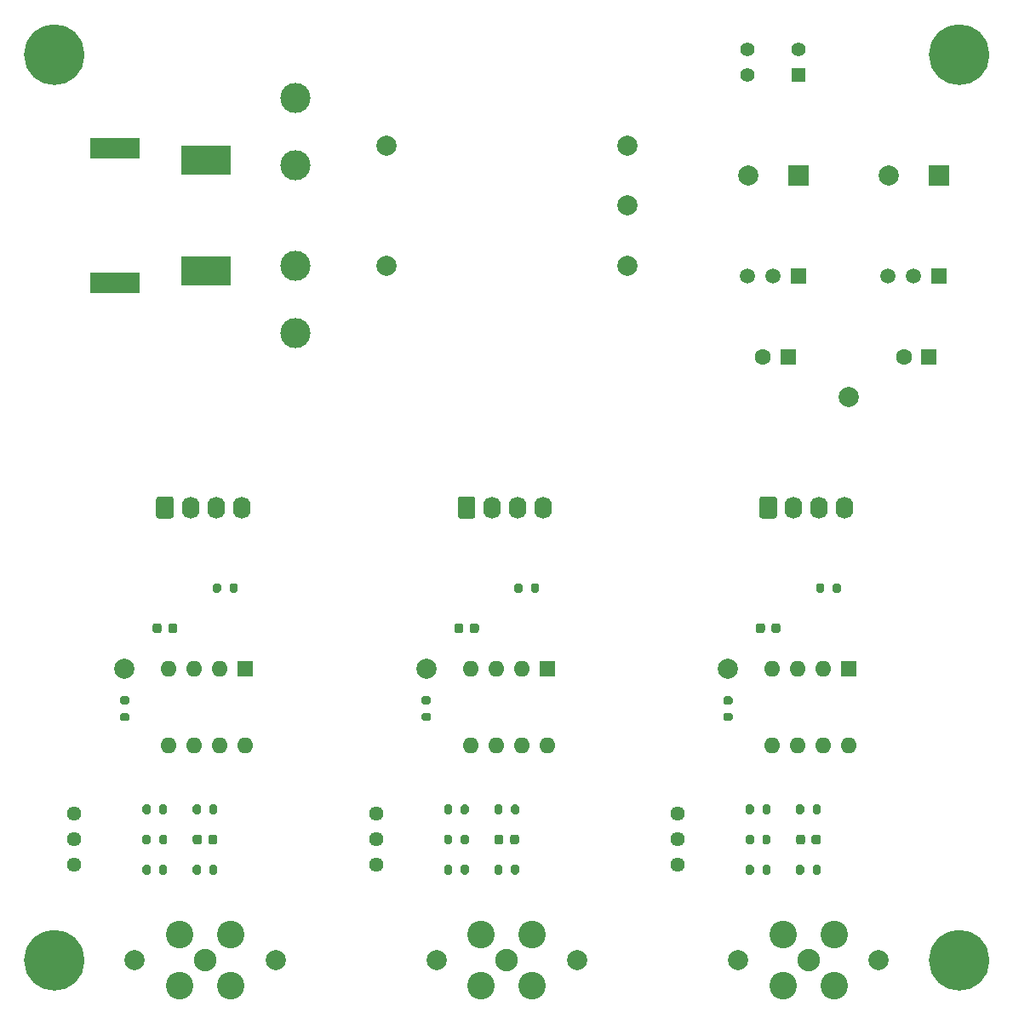
<source format=gbr>
%TF.GenerationSoftware,KiCad,Pcbnew,(5.1.10)-1*%
%TF.CreationDate,2021-09-26T04:03:23+09:00*%
%TF.ProjectId,HAS-CT-Board,4841532d-4354-42d4-926f-6172642e6b69,rev?*%
%TF.SameCoordinates,Original*%
%TF.FileFunction,Soldermask,Top*%
%TF.FilePolarity,Negative*%
%FSLAX46Y46*%
G04 Gerber Fmt 4.6, Leading zero omitted, Abs format (unit mm)*
G04 Created by KiCad (PCBNEW (5.1.10)-1) date 2021-09-26 04:03:23*
%MOMM*%
%LPD*%
G01*
G04 APERTURE LIST*
%ADD10C,2.000000*%
%ADD11O,1.600000X1.600000*%
%ADD12R,1.600000X1.600000*%
%ADD13R,2.000000X2.000000*%
%ADD14C,2.000000*%
%ADD15C,1.600000*%
%ADD16C,1.400000*%
%ADD17R,1.400000X1.400000*%
%ADD18C,3.000000*%
%ADD19O,1.740000X2.190000*%
%ADD20C,2.240000*%
%ADD21C,2.740000*%
%ADD22R,5.000000X3.000000*%
%ADD23R,5.000000X2.000000*%
%ADD24C,1.440000*%
%ADD25R,1.500000X1.500000*%
%ADD26C,1.500000*%
%ADD27C,3.200000*%
G04 APERTURE END LIST*
D10*
%TO.C,H1*%
X57000000Y-55000000D02*
G75*
G03*
X57000000Y-55000000I-2000000J0D01*
G01*
%TO.C,H2*%
X57000000Y-145000000D02*
G75*
G03*
X57000000Y-145000000I-2000000J0D01*
G01*
%TO.C,H3*%
X147000000Y-55000000D02*
G75*
G03*
X147000000Y-55000000I-2000000J0D01*
G01*
%TO.C,H4*%
X147000000Y-145000000D02*
G75*
G03*
X147000000Y-145000000I-2000000J0D01*
G01*
%TD*%
D11*
%TO.C,U1*%
X74000000Y-123620000D03*
X66380000Y-116000000D03*
X71460000Y-123620000D03*
X68920000Y-116000000D03*
X68920000Y-123620000D03*
X71460000Y-116000000D03*
X66380000Y-123620000D03*
D12*
X74000000Y-116000000D03*
%TD*%
D13*
%TO.C,C1*%
X143000000Y-67000000D03*
D14*
X138000000Y-67000000D03*
%TD*%
%TO.C,C2*%
X124000000Y-67000000D03*
D13*
X129000000Y-67000000D03*
%TD*%
%TO.C,C5*%
G36*
G01*
X69675000Y-132750000D02*
X69675000Y-133250000D01*
G75*
G02*
X69450000Y-133475000I-225000J0D01*
G01*
X69000000Y-133475000D01*
G75*
G02*
X68775000Y-133250000I0J225000D01*
G01*
X68775000Y-132750000D01*
G75*
G02*
X69000000Y-132525000I225000J0D01*
G01*
X69450000Y-132525000D01*
G75*
G02*
X69675000Y-132750000I0J-225000D01*
G01*
G37*
G36*
G01*
X71225000Y-132750000D02*
X71225000Y-133250000D01*
G75*
G02*
X71000000Y-133475000I-225000J0D01*
G01*
X70550000Y-133475000D01*
G75*
G02*
X70325000Y-133250000I0J225000D01*
G01*
X70325000Y-132750000D01*
G75*
G02*
X70550000Y-132525000I225000J0D01*
G01*
X71000000Y-132525000D01*
G75*
G02*
X71225000Y-132750000I0J-225000D01*
G01*
G37*
%TD*%
%TO.C,C6*%
G36*
G01*
X99675000Y-132750000D02*
X99675000Y-133250000D01*
G75*
G02*
X99450000Y-133475000I-225000J0D01*
G01*
X99000000Y-133475000D01*
G75*
G02*
X98775000Y-133250000I0J225000D01*
G01*
X98775000Y-132750000D01*
G75*
G02*
X99000000Y-132525000I225000J0D01*
G01*
X99450000Y-132525000D01*
G75*
G02*
X99675000Y-132750000I0J-225000D01*
G01*
G37*
G36*
G01*
X101225000Y-132750000D02*
X101225000Y-133250000D01*
G75*
G02*
X101000000Y-133475000I-225000J0D01*
G01*
X100550000Y-133475000D01*
G75*
G02*
X100325000Y-133250000I0J225000D01*
G01*
X100325000Y-132750000D01*
G75*
G02*
X100550000Y-132525000I225000J0D01*
G01*
X101000000Y-132525000D01*
G75*
G02*
X101225000Y-132750000I0J-225000D01*
G01*
G37*
%TD*%
%TO.C,C7*%
G36*
G01*
X131225000Y-132750000D02*
X131225000Y-133250000D01*
G75*
G02*
X131000000Y-133475000I-225000J0D01*
G01*
X130550000Y-133475000D01*
G75*
G02*
X130325000Y-133250000I0J225000D01*
G01*
X130325000Y-132750000D01*
G75*
G02*
X130550000Y-132525000I225000J0D01*
G01*
X131000000Y-132525000D01*
G75*
G02*
X131225000Y-132750000I0J-225000D01*
G01*
G37*
G36*
G01*
X129675000Y-132750000D02*
X129675000Y-133250000D01*
G75*
G02*
X129450000Y-133475000I-225000J0D01*
G01*
X129000000Y-133475000D01*
G75*
G02*
X128775000Y-133250000I0J225000D01*
G01*
X128775000Y-132750000D01*
G75*
G02*
X129000000Y-132525000I225000J0D01*
G01*
X129450000Y-132525000D01*
G75*
G02*
X129675000Y-132750000I0J-225000D01*
G01*
G37*
%TD*%
D12*
%TO.C,C10*%
X142000000Y-85000000D03*
D15*
X139500000Y-85000000D03*
%TD*%
%TO.C,C11*%
X125500000Y-85000000D03*
D12*
X128000000Y-85000000D03*
%TD*%
%TO.C,C12*%
G36*
G01*
X66325000Y-112250000D02*
X66325000Y-111750000D01*
G75*
G02*
X66550000Y-111525000I225000J0D01*
G01*
X67000000Y-111525000D01*
G75*
G02*
X67225000Y-111750000I0J-225000D01*
G01*
X67225000Y-112250000D01*
G75*
G02*
X67000000Y-112475000I-225000J0D01*
G01*
X66550000Y-112475000D01*
G75*
G02*
X66325000Y-112250000I0J225000D01*
G01*
G37*
G36*
G01*
X64775000Y-112250000D02*
X64775000Y-111750000D01*
G75*
G02*
X65000000Y-111525000I225000J0D01*
G01*
X65450000Y-111525000D01*
G75*
G02*
X65675000Y-111750000I0J-225000D01*
G01*
X65675000Y-112250000D01*
G75*
G02*
X65450000Y-112475000I-225000J0D01*
G01*
X65000000Y-112475000D01*
G75*
G02*
X64775000Y-112250000I0J225000D01*
G01*
G37*
%TD*%
%TO.C,C13*%
G36*
G01*
X96325000Y-112250000D02*
X96325000Y-111750000D01*
G75*
G02*
X96550000Y-111525000I225000J0D01*
G01*
X97000000Y-111525000D01*
G75*
G02*
X97225000Y-111750000I0J-225000D01*
G01*
X97225000Y-112250000D01*
G75*
G02*
X97000000Y-112475000I-225000J0D01*
G01*
X96550000Y-112475000D01*
G75*
G02*
X96325000Y-112250000I0J225000D01*
G01*
G37*
G36*
G01*
X94775000Y-112250000D02*
X94775000Y-111750000D01*
G75*
G02*
X95000000Y-111525000I225000J0D01*
G01*
X95450000Y-111525000D01*
G75*
G02*
X95675000Y-111750000I0J-225000D01*
G01*
X95675000Y-112250000D01*
G75*
G02*
X95450000Y-112475000I-225000J0D01*
G01*
X95000000Y-112475000D01*
G75*
G02*
X94775000Y-112250000I0J225000D01*
G01*
G37*
%TD*%
%TO.C,C14*%
G36*
G01*
X124775000Y-112250000D02*
X124775000Y-111750000D01*
G75*
G02*
X125000000Y-111525000I225000J0D01*
G01*
X125450000Y-111525000D01*
G75*
G02*
X125675000Y-111750000I0J-225000D01*
G01*
X125675000Y-112250000D01*
G75*
G02*
X125450000Y-112475000I-225000J0D01*
G01*
X125000000Y-112475000D01*
G75*
G02*
X124775000Y-112250000I0J225000D01*
G01*
G37*
G36*
G01*
X126325000Y-112250000D02*
X126325000Y-111750000D01*
G75*
G02*
X126550000Y-111525000I225000J0D01*
G01*
X127000000Y-111525000D01*
G75*
G02*
X127225000Y-111750000I0J-225000D01*
G01*
X127225000Y-112250000D01*
G75*
G02*
X127000000Y-112475000I-225000J0D01*
G01*
X126550000Y-112475000D01*
G75*
G02*
X126325000Y-112250000I0J225000D01*
G01*
G37*
%TD*%
D16*
%TO.C,D1*%
X123920000Y-57000000D03*
X129000000Y-54460000D03*
X123920000Y-54460000D03*
D17*
X129000000Y-57000000D03*
%TD*%
D18*
%TO.C,F1*%
X79000000Y-82700000D03*
X79000000Y-76000000D03*
X79000000Y-66000000D03*
X79000000Y-59300000D03*
%TD*%
D19*
%TO.C,J1*%
X73620000Y-100000000D03*
X71080000Y-100000000D03*
X68540000Y-100000000D03*
G36*
G01*
X65130000Y-100845001D02*
X65130000Y-99154999D01*
G75*
G02*
X65379999Y-98905000I249999J0D01*
G01*
X66620001Y-98905000D01*
G75*
G02*
X66870000Y-99154999I0J-249999D01*
G01*
X66870000Y-100845001D01*
G75*
G02*
X66620001Y-101095000I-249999J0D01*
G01*
X65379999Y-101095000D01*
G75*
G02*
X65130000Y-100845001I0J249999D01*
G01*
G37*
%TD*%
%TO.C,J2*%
G36*
G01*
X95130000Y-100845001D02*
X95130000Y-99154999D01*
G75*
G02*
X95379999Y-98905000I249999J0D01*
G01*
X96620001Y-98905000D01*
G75*
G02*
X96870000Y-99154999I0J-249999D01*
G01*
X96870000Y-100845001D01*
G75*
G02*
X96620001Y-101095000I-249999J0D01*
G01*
X95379999Y-101095000D01*
G75*
G02*
X95130000Y-100845001I0J249999D01*
G01*
G37*
X98540000Y-100000000D03*
X101080000Y-100000000D03*
X103620000Y-100000000D03*
%TD*%
%TO.C,J3*%
G36*
G01*
X125130000Y-100845001D02*
X125130000Y-99154999D01*
G75*
G02*
X125379999Y-98905000I249999J0D01*
G01*
X126620001Y-98905000D01*
G75*
G02*
X126870000Y-99154999I0J-249999D01*
G01*
X126870000Y-100845001D01*
G75*
G02*
X126620001Y-101095000I-249999J0D01*
G01*
X125379999Y-101095000D01*
G75*
G02*
X125130000Y-100845001I0J249999D01*
G01*
G37*
X128540000Y-100000000D03*
X131080000Y-100000000D03*
X133620000Y-100000000D03*
%TD*%
D20*
%TO.C,J4*%
X70000000Y-145000000D03*
D21*
X67460000Y-142460000D03*
X72540000Y-142460000D03*
X72540000Y-147540000D03*
X67460000Y-147540000D03*
%TD*%
%TO.C,J5*%
X97460000Y-147540000D03*
X102540000Y-147540000D03*
X102540000Y-142460000D03*
X97460000Y-142460000D03*
D20*
X100000000Y-145000000D03*
%TD*%
D21*
%TO.C,J6*%
X127460000Y-147540000D03*
X132540000Y-147540000D03*
X132540000Y-142460000D03*
X127460000Y-142460000D03*
D20*
X130000000Y-145000000D03*
%TD*%
D22*
%TO.C,P1*%
X70100000Y-76500000D03*
X70100000Y-65500000D03*
D23*
X61000000Y-77700000D03*
X61000000Y-64300000D03*
%TD*%
%TO.C,R1*%
G36*
G01*
X72425000Y-108275000D02*
X72425000Y-107725000D01*
G75*
G02*
X72625000Y-107525000I200000J0D01*
G01*
X73025000Y-107525000D01*
G75*
G02*
X73225000Y-107725000I0J-200000D01*
G01*
X73225000Y-108275000D01*
G75*
G02*
X73025000Y-108475000I-200000J0D01*
G01*
X72625000Y-108475000D01*
G75*
G02*
X72425000Y-108275000I0J200000D01*
G01*
G37*
G36*
G01*
X70775000Y-108275000D02*
X70775000Y-107725000D01*
G75*
G02*
X70975000Y-107525000I200000J0D01*
G01*
X71375000Y-107525000D01*
G75*
G02*
X71575000Y-107725000I0J-200000D01*
G01*
X71575000Y-108275000D01*
G75*
G02*
X71375000Y-108475000I-200000J0D01*
G01*
X70975000Y-108475000D01*
G75*
G02*
X70775000Y-108275000I0J200000D01*
G01*
G37*
%TD*%
%TO.C,R2*%
G36*
G01*
X102425000Y-108275000D02*
X102425000Y-107725000D01*
G75*
G02*
X102625000Y-107525000I200000J0D01*
G01*
X103025000Y-107525000D01*
G75*
G02*
X103225000Y-107725000I0J-200000D01*
G01*
X103225000Y-108275000D01*
G75*
G02*
X103025000Y-108475000I-200000J0D01*
G01*
X102625000Y-108475000D01*
G75*
G02*
X102425000Y-108275000I0J200000D01*
G01*
G37*
G36*
G01*
X100775000Y-108275000D02*
X100775000Y-107725000D01*
G75*
G02*
X100975000Y-107525000I200000J0D01*
G01*
X101375000Y-107525000D01*
G75*
G02*
X101575000Y-107725000I0J-200000D01*
G01*
X101575000Y-108275000D01*
G75*
G02*
X101375000Y-108475000I-200000J0D01*
G01*
X100975000Y-108475000D01*
G75*
G02*
X100775000Y-108275000I0J200000D01*
G01*
G37*
%TD*%
%TO.C,R3*%
G36*
G01*
X130775000Y-108275000D02*
X130775000Y-107725000D01*
G75*
G02*
X130975000Y-107525000I200000J0D01*
G01*
X131375000Y-107525000D01*
G75*
G02*
X131575000Y-107725000I0J-200000D01*
G01*
X131575000Y-108275000D01*
G75*
G02*
X131375000Y-108475000I-200000J0D01*
G01*
X130975000Y-108475000D01*
G75*
G02*
X130775000Y-108275000I0J200000D01*
G01*
G37*
G36*
G01*
X132425000Y-108275000D02*
X132425000Y-107725000D01*
G75*
G02*
X132625000Y-107525000I200000J0D01*
G01*
X133025000Y-107525000D01*
G75*
G02*
X133225000Y-107725000I0J-200000D01*
G01*
X133225000Y-108275000D01*
G75*
G02*
X133025000Y-108475000I-200000J0D01*
G01*
X132625000Y-108475000D01*
G75*
G02*
X132425000Y-108275000I0J200000D01*
G01*
G37*
%TD*%
%TO.C,R4*%
G36*
G01*
X65425000Y-136275000D02*
X65425000Y-135725000D01*
G75*
G02*
X65625000Y-135525000I200000J0D01*
G01*
X66025000Y-135525000D01*
G75*
G02*
X66225000Y-135725000I0J-200000D01*
G01*
X66225000Y-136275000D01*
G75*
G02*
X66025000Y-136475000I-200000J0D01*
G01*
X65625000Y-136475000D01*
G75*
G02*
X65425000Y-136275000I0J200000D01*
G01*
G37*
G36*
G01*
X63775000Y-136275000D02*
X63775000Y-135725000D01*
G75*
G02*
X63975000Y-135525000I200000J0D01*
G01*
X64375000Y-135525000D01*
G75*
G02*
X64575000Y-135725000I0J-200000D01*
G01*
X64575000Y-136275000D01*
G75*
G02*
X64375000Y-136475000I-200000J0D01*
G01*
X63975000Y-136475000D01*
G75*
G02*
X63775000Y-136275000I0J200000D01*
G01*
G37*
%TD*%
%TO.C,R5*%
G36*
G01*
X66225000Y-132725000D02*
X66225000Y-133275000D01*
G75*
G02*
X66025000Y-133475000I-200000J0D01*
G01*
X65625000Y-133475000D01*
G75*
G02*
X65425000Y-133275000I0J200000D01*
G01*
X65425000Y-132725000D01*
G75*
G02*
X65625000Y-132525000I200000J0D01*
G01*
X66025000Y-132525000D01*
G75*
G02*
X66225000Y-132725000I0J-200000D01*
G01*
G37*
G36*
G01*
X64575000Y-132725000D02*
X64575000Y-133275000D01*
G75*
G02*
X64375000Y-133475000I-200000J0D01*
G01*
X63975000Y-133475000D01*
G75*
G02*
X63775000Y-133275000I0J200000D01*
G01*
X63775000Y-132725000D01*
G75*
G02*
X63975000Y-132525000I200000J0D01*
G01*
X64375000Y-132525000D01*
G75*
G02*
X64575000Y-132725000I0J-200000D01*
G01*
G37*
%TD*%
%TO.C,R6*%
G36*
G01*
X93775000Y-136275000D02*
X93775000Y-135725000D01*
G75*
G02*
X93975000Y-135525000I200000J0D01*
G01*
X94375000Y-135525000D01*
G75*
G02*
X94575000Y-135725000I0J-200000D01*
G01*
X94575000Y-136275000D01*
G75*
G02*
X94375000Y-136475000I-200000J0D01*
G01*
X93975000Y-136475000D01*
G75*
G02*
X93775000Y-136275000I0J200000D01*
G01*
G37*
G36*
G01*
X95425000Y-136275000D02*
X95425000Y-135725000D01*
G75*
G02*
X95625000Y-135525000I200000J0D01*
G01*
X96025000Y-135525000D01*
G75*
G02*
X96225000Y-135725000I0J-200000D01*
G01*
X96225000Y-136275000D01*
G75*
G02*
X96025000Y-136475000I-200000J0D01*
G01*
X95625000Y-136475000D01*
G75*
G02*
X95425000Y-136275000I0J200000D01*
G01*
G37*
%TD*%
%TO.C,R7*%
G36*
G01*
X94575000Y-132725000D02*
X94575000Y-133275000D01*
G75*
G02*
X94375000Y-133475000I-200000J0D01*
G01*
X93975000Y-133475000D01*
G75*
G02*
X93775000Y-133275000I0J200000D01*
G01*
X93775000Y-132725000D01*
G75*
G02*
X93975000Y-132525000I200000J0D01*
G01*
X94375000Y-132525000D01*
G75*
G02*
X94575000Y-132725000I0J-200000D01*
G01*
G37*
G36*
G01*
X96225000Y-132725000D02*
X96225000Y-133275000D01*
G75*
G02*
X96025000Y-133475000I-200000J0D01*
G01*
X95625000Y-133475000D01*
G75*
G02*
X95425000Y-133275000I0J200000D01*
G01*
X95425000Y-132725000D01*
G75*
G02*
X95625000Y-132525000I200000J0D01*
G01*
X96025000Y-132525000D01*
G75*
G02*
X96225000Y-132725000I0J-200000D01*
G01*
G37*
%TD*%
%TO.C,R8*%
G36*
G01*
X125425000Y-136275000D02*
X125425000Y-135725000D01*
G75*
G02*
X125625000Y-135525000I200000J0D01*
G01*
X126025000Y-135525000D01*
G75*
G02*
X126225000Y-135725000I0J-200000D01*
G01*
X126225000Y-136275000D01*
G75*
G02*
X126025000Y-136475000I-200000J0D01*
G01*
X125625000Y-136475000D01*
G75*
G02*
X125425000Y-136275000I0J200000D01*
G01*
G37*
G36*
G01*
X123775000Y-136275000D02*
X123775000Y-135725000D01*
G75*
G02*
X123975000Y-135525000I200000J0D01*
G01*
X124375000Y-135525000D01*
G75*
G02*
X124575000Y-135725000I0J-200000D01*
G01*
X124575000Y-136275000D01*
G75*
G02*
X124375000Y-136475000I-200000J0D01*
G01*
X123975000Y-136475000D01*
G75*
G02*
X123775000Y-136275000I0J200000D01*
G01*
G37*
%TD*%
%TO.C,R9*%
G36*
G01*
X124575000Y-132725000D02*
X124575000Y-133275000D01*
G75*
G02*
X124375000Y-133475000I-200000J0D01*
G01*
X123975000Y-133475000D01*
G75*
G02*
X123775000Y-133275000I0J200000D01*
G01*
X123775000Y-132725000D01*
G75*
G02*
X123975000Y-132525000I200000J0D01*
G01*
X124375000Y-132525000D01*
G75*
G02*
X124575000Y-132725000I0J-200000D01*
G01*
G37*
G36*
G01*
X126225000Y-132725000D02*
X126225000Y-133275000D01*
G75*
G02*
X126025000Y-133475000I-200000J0D01*
G01*
X125625000Y-133475000D01*
G75*
G02*
X125425000Y-133275000I0J200000D01*
G01*
X125425000Y-132725000D01*
G75*
G02*
X125625000Y-132525000I200000J0D01*
G01*
X126025000Y-132525000D01*
G75*
G02*
X126225000Y-132725000I0J-200000D01*
G01*
G37*
%TD*%
%TO.C,R10*%
G36*
G01*
X62275000Y-119575000D02*
X61725000Y-119575000D01*
G75*
G02*
X61525000Y-119375000I0J200000D01*
G01*
X61525000Y-118975000D01*
G75*
G02*
X61725000Y-118775000I200000J0D01*
G01*
X62275000Y-118775000D01*
G75*
G02*
X62475000Y-118975000I0J-200000D01*
G01*
X62475000Y-119375000D01*
G75*
G02*
X62275000Y-119575000I-200000J0D01*
G01*
G37*
G36*
G01*
X62275000Y-121225000D02*
X61725000Y-121225000D01*
G75*
G02*
X61525000Y-121025000I0J200000D01*
G01*
X61525000Y-120625000D01*
G75*
G02*
X61725000Y-120425000I200000J0D01*
G01*
X62275000Y-120425000D01*
G75*
G02*
X62475000Y-120625000I0J-200000D01*
G01*
X62475000Y-121025000D01*
G75*
G02*
X62275000Y-121225000I-200000J0D01*
G01*
G37*
%TD*%
%TO.C,R11*%
G36*
G01*
X66225000Y-129725000D02*
X66225000Y-130275000D01*
G75*
G02*
X66025000Y-130475000I-200000J0D01*
G01*
X65625000Y-130475000D01*
G75*
G02*
X65425000Y-130275000I0J200000D01*
G01*
X65425000Y-129725000D01*
G75*
G02*
X65625000Y-129525000I200000J0D01*
G01*
X66025000Y-129525000D01*
G75*
G02*
X66225000Y-129725000I0J-200000D01*
G01*
G37*
G36*
G01*
X64575000Y-129725000D02*
X64575000Y-130275000D01*
G75*
G02*
X64375000Y-130475000I-200000J0D01*
G01*
X63975000Y-130475000D01*
G75*
G02*
X63775000Y-130275000I0J200000D01*
G01*
X63775000Y-129725000D01*
G75*
G02*
X63975000Y-129525000I200000J0D01*
G01*
X64375000Y-129525000D01*
G75*
G02*
X64575000Y-129725000I0J-200000D01*
G01*
G37*
%TD*%
%TO.C,R12*%
G36*
G01*
X92275000Y-119575000D02*
X91725000Y-119575000D01*
G75*
G02*
X91525000Y-119375000I0J200000D01*
G01*
X91525000Y-118975000D01*
G75*
G02*
X91725000Y-118775000I200000J0D01*
G01*
X92275000Y-118775000D01*
G75*
G02*
X92475000Y-118975000I0J-200000D01*
G01*
X92475000Y-119375000D01*
G75*
G02*
X92275000Y-119575000I-200000J0D01*
G01*
G37*
G36*
G01*
X92275000Y-121225000D02*
X91725000Y-121225000D01*
G75*
G02*
X91525000Y-121025000I0J200000D01*
G01*
X91525000Y-120625000D01*
G75*
G02*
X91725000Y-120425000I200000J0D01*
G01*
X92275000Y-120425000D01*
G75*
G02*
X92475000Y-120625000I0J-200000D01*
G01*
X92475000Y-121025000D01*
G75*
G02*
X92275000Y-121225000I-200000J0D01*
G01*
G37*
%TD*%
%TO.C,R13*%
G36*
G01*
X96225000Y-129725000D02*
X96225000Y-130275000D01*
G75*
G02*
X96025000Y-130475000I-200000J0D01*
G01*
X95625000Y-130475000D01*
G75*
G02*
X95425000Y-130275000I0J200000D01*
G01*
X95425000Y-129725000D01*
G75*
G02*
X95625000Y-129525000I200000J0D01*
G01*
X96025000Y-129525000D01*
G75*
G02*
X96225000Y-129725000I0J-200000D01*
G01*
G37*
G36*
G01*
X94575000Y-129725000D02*
X94575000Y-130275000D01*
G75*
G02*
X94375000Y-130475000I-200000J0D01*
G01*
X93975000Y-130475000D01*
G75*
G02*
X93775000Y-130275000I0J200000D01*
G01*
X93775000Y-129725000D01*
G75*
G02*
X93975000Y-129525000I200000J0D01*
G01*
X94375000Y-129525000D01*
G75*
G02*
X94575000Y-129725000I0J-200000D01*
G01*
G37*
%TD*%
%TO.C,R14*%
G36*
G01*
X122275000Y-121225000D02*
X121725000Y-121225000D01*
G75*
G02*
X121525000Y-121025000I0J200000D01*
G01*
X121525000Y-120625000D01*
G75*
G02*
X121725000Y-120425000I200000J0D01*
G01*
X122275000Y-120425000D01*
G75*
G02*
X122475000Y-120625000I0J-200000D01*
G01*
X122475000Y-121025000D01*
G75*
G02*
X122275000Y-121225000I-200000J0D01*
G01*
G37*
G36*
G01*
X122275000Y-119575000D02*
X121725000Y-119575000D01*
G75*
G02*
X121525000Y-119375000I0J200000D01*
G01*
X121525000Y-118975000D01*
G75*
G02*
X121725000Y-118775000I200000J0D01*
G01*
X122275000Y-118775000D01*
G75*
G02*
X122475000Y-118975000I0J-200000D01*
G01*
X122475000Y-119375000D01*
G75*
G02*
X122275000Y-119575000I-200000J0D01*
G01*
G37*
%TD*%
%TO.C,R15*%
G36*
G01*
X126225000Y-129725000D02*
X126225000Y-130275000D01*
G75*
G02*
X126025000Y-130475000I-200000J0D01*
G01*
X125625000Y-130475000D01*
G75*
G02*
X125425000Y-130275000I0J200000D01*
G01*
X125425000Y-129725000D01*
G75*
G02*
X125625000Y-129525000I200000J0D01*
G01*
X126025000Y-129525000D01*
G75*
G02*
X126225000Y-129725000I0J-200000D01*
G01*
G37*
G36*
G01*
X124575000Y-129725000D02*
X124575000Y-130275000D01*
G75*
G02*
X124375000Y-130475000I-200000J0D01*
G01*
X123975000Y-130475000D01*
G75*
G02*
X123775000Y-130275000I0J200000D01*
G01*
X123775000Y-129725000D01*
G75*
G02*
X123975000Y-129525000I200000J0D01*
G01*
X124375000Y-129525000D01*
G75*
G02*
X124575000Y-129725000I0J-200000D01*
G01*
G37*
%TD*%
%TO.C,R16*%
G36*
G01*
X68775000Y-136275000D02*
X68775000Y-135725000D01*
G75*
G02*
X68975000Y-135525000I200000J0D01*
G01*
X69375000Y-135525000D01*
G75*
G02*
X69575000Y-135725000I0J-200000D01*
G01*
X69575000Y-136275000D01*
G75*
G02*
X69375000Y-136475000I-200000J0D01*
G01*
X68975000Y-136475000D01*
G75*
G02*
X68775000Y-136275000I0J200000D01*
G01*
G37*
G36*
G01*
X70425000Y-136275000D02*
X70425000Y-135725000D01*
G75*
G02*
X70625000Y-135525000I200000J0D01*
G01*
X71025000Y-135525000D01*
G75*
G02*
X71225000Y-135725000I0J-200000D01*
G01*
X71225000Y-136275000D01*
G75*
G02*
X71025000Y-136475000I-200000J0D01*
G01*
X70625000Y-136475000D01*
G75*
G02*
X70425000Y-136275000I0J200000D01*
G01*
G37*
%TD*%
%TO.C,R17*%
G36*
G01*
X100425000Y-136275000D02*
X100425000Y-135725000D01*
G75*
G02*
X100625000Y-135525000I200000J0D01*
G01*
X101025000Y-135525000D01*
G75*
G02*
X101225000Y-135725000I0J-200000D01*
G01*
X101225000Y-136275000D01*
G75*
G02*
X101025000Y-136475000I-200000J0D01*
G01*
X100625000Y-136475000D01*
G75*
G02*
X100425000Y-136275000I0J200000D01*
G01*
G37*
G36*
G01*
X98775000Y-136275000D02*
X98775000Y-135725000D01*
G75*
G02*
X98975000Y-135525000I200000J0D01*
G01*
X99375000Y-135525000D01*
G75*
G02*
X99575000Y-135725000I0J-200000D01*
G01*
X99575000Y-136275000D01*
G75*
G02*
X99375000Y-136475000I-200000J0D01*
G01*
X98975000Y-136475000D01*
G75*
G02*
X98775000Y-136275000I0J200000D01*
G01*
G37*
%TD*%
%TO.C,R18*%
G36*
G01*
X128775000Y-136275000D02*
X128775000Y-135725000D01*
G75*
G02*
X128975000Y-135525000I200000J0D01*
G01*
X129375000Y-135525000D01*
G75*
G02*
X129575000Y-135725000I0J-200000D01*
G01*
X129575000Y-136275000D01*
G75*
G02*
X129375000Y-136475000I-200000J0D01*
G01*
X128975000Y-136475000D01*
G75*
G02*
X128775000Y-136275000I0J200000D01*
G01*
G37*
G36*
G01*
X130425000Y-136275000D02*
X130425000Y-135725000D01*
G75*
G02*
X130625000Y-135525000I200000J0D01*
G01*
X131025000Y-135525000D01*
G75*
G02*
X131225000Y-135725000I0J-200000D01*
G01*
X131225000Y-136275000D01*
G75*
G02*
X131025000Y-136475000I-200000J0D01*
G01*
X130625000Y-136475000D01*
G75*
G02*
X130425000Y-136275000I0J200000D01*
G01*
G37*
%TD*%
%TO.C,R19*%
G36*
G01*
X71225000Y-129725000D02*
X71225000Y-130275000D01*
G75*
G02*
X71025000Y-130475000I-200000J0D01*
G01*
X70625000Y-130475000D01*
G75*
G02*
X70425000Y-130275000I0J200000D01*
G01*
X70425000Y-129725000D01*
G75*
G02*
X70625000Y-129525000I200000J0D01*
G01*
X71025000Y-129525000D01*
G75*
G02*
X71225000Y-129725000I0J-200000D01*
G01*
G37*
G36*
G01*
X69575000Y-129725000D02*
X69575000Y-130275000D01*
G75*
G02*
X69375000Y-130475000I-200000J0D01*
G01*
X68975000Y-130475000D01*
G75*
G02*
X68775000Y-130275000I0J200000D01*
G01*
X68775000Y-129725000D01*
G75*
G02*
X68975000Y-129525000I200000J0D01*
G01*
X69375000Y-129525000D01*
G75*
G02*
X69575000Y-129725000I0J-200000D01*
G01*
G37*
%TD*%
%TO.C,R20*%
G36*
G01*
X99575000Y-129725000D02*
X99575000Y-130275000D01*
G75*
G02*
X99375000Y-130475000I-200000J0D01*
G01*
X98975000Y-130475000D01*
G75*
G02*
X98775000Y-130275000I0J200000D01*
G01*
X98775000Y-129725000D01*
G75*
G02*
X98975000Y-129525000I200000J0D01*
G01*
X99375000Y-129525000D01*
G75*
G02*
X99575000Y-129725000I0J-200000D01*
G01*
G37*
G36*
G01*
X101225000Y-129725000D02*
X101225000Y-130275000D01*
G75*
G02*
X101025000Y-130475000I-200000J0D01*
G01*
X100625000Y-130475000D01*
G75*
G02*
X100425000Y-130275000I0J200000D01*
G01*
X100425000Y-129725000D01*
G75*
G02*
X100625000Y-129525000I200000J0D01*
G01*
X101025000Y-129525000D01*
G75*
G02*
X101225000Y-129725000I0J-200000D01*
G01*
G37*
%TD*%
%TO.C,R21*%
G36*
G01*
X131225000Y-129725000D02*
X131225000Y-130275000D01*
G75*
G02*
X131025000Y-130475000I-200000J0D01*
G01*
X130625000Y-130475000D01*
G75*
G02*
X130425000Y-130275000I0J200000D01*
G01*
X130425000Y-129725000D01*
G75*
G02*
X130625000Y-129525000I200000J0D01*
G01*
X131025000Y-129525000D01*
G75*
G02*
X131225000Y-129725000I0J-200000D01*
G01*
G37*
G36*
G01*
X129575000Y-129725000D02*
X129575000Y-130275000D01*
G75*
G02*
X129375000Y-130475000I-200000J0D01*
G01*
X128975000Y-130475000D01*
G75*
G02*
X128775000Y-130275000I0J200000D01*
G01*
X128775000Y-129725000D01*
G75*
G02*
X128975000Y-129525000I200000J0D01*
G01*
X129375000Y-129525000D01*
G75*
G02*
X129575000Y-129725000I0J-200000D01*
G01*
G37*
%TD*%
D24*
%TO.C,RV1*%
X57000000Y-130460000D03*
X57000000Y-133000000D03*
X57000000Y-135540000D03*
%TD*%
%TO.C,RV2*%
X87000000Y-135540000D03*
X87000000Y-133000000D03*
X87000000Y-130460000D03*
%TD*%
%TO.C,RV3*%
X117000000Y-135540000D03*
X117000000Y-133000000D03*
X117000000Y-130460000D03*
%TD*%
D14*
%TO.C,TP1*%
X62000000Y-116000000D03*
%TD*%
%TO.C,TP2*%
X92000000Y-116000000D03*
%TD*%
%TO.C,TP3*%
X122000000Y-116000000D03*
%TD*%
%TO.C,TP4*%
X77000000Y-145000000D03*
%TD*%
%TO.C,TP5*%
X63000000Y-145000000D03*
%TD*%
%TO.C,TP6*%
X107000000Y-145000000D03*
%TD*%
%TO.C,TP7*%
X93000000Y-145000000D03*
%TD*%
%TO.C,TP8*%
X137000000Y-145000000D03*
%TD*%
%TO.C,TP9*%
X123000000Y-145000000D03*
%TD*%
%TO.C,TP10*%
X134000000Y-89000000D03*
%TD*%
%TO.C,TR1*%
X112000000Y-64000000D03*
X112000000Y-70000000D03*
X112000000Y-76000000D03*
X88000000Y-64000000D03*
X88000000Y-76000000D03*
%TD*%
D12*
%TO.C,U2*%
X104000000Y-116000000D03*
D11*
X96380000Y-123620000D03*
X101460000Y-116000000D03*
X98920000Y-123620000D03*
X98920000Y-116000000D03*
X101460000Y-123620000D03*
X96380000Y-116000000D03*
X104000000Y-123620000D03*
%TD*%
D12*
%TO.C,U3*%
X134000000Y-116000000D03*
D11*
X126380000Y-123620000D03*
X131460000Y-116000000D03*
X128920000Y-123620000D03*
X128920000Y-116000000D03*
X131460000Y-123620000D03*
X126380000Y-116000000D03*
X134000000Y-123620000D03*
%TD*%
D25*
%TO.C,U4*%
X143000000Y-77000000D03*
D26*
X137920000Y-77000000D03*
X140460000Y-77000000D03*
%TD*%
%TO.C,U5*%
X126460000Y-77000000D03*
X123920000Y-77000000D03*
D25*
X129000000Y-77000000D03*
%TD*%
D27*
%TO.C,H1*%
X55000000Y-55000000D03*
%TD*%
%TO.C,H2*%
X55000000Y-145000000D03*
%TD*%
%TO.C,H3*%
X145000000Y-55000000D03*
%TD*%
%TO.C,H4*%
X145000000Y-145000000D03*
%TD*%
M02*

</source>
